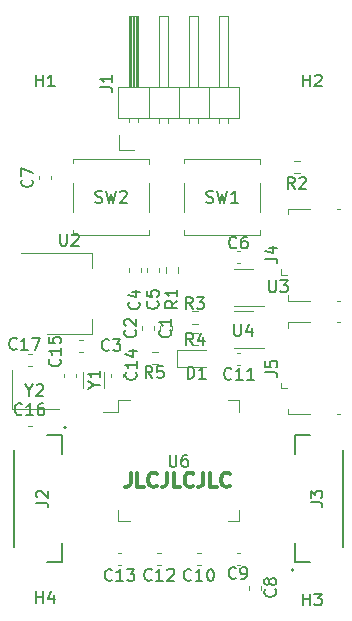
<source format=gbr>
%TF.GenerationSoftware,KiCad,Pcbnew,(6.0.2)*%
%TF.CreationDate,2022-06-15T17:14:16+10:00*%
%TF.ProjectId,RFM95_Serial_Converter_PCB,52464d39-355f-4536-9572-69616c5f436f,rev?*%
%TF.SameCoordinates,Original*%
%TF.FileFunction,Legend,Top*%
%TF.FilePolarity,Positive*%
%FSLAX46Y46*%
G04 Gerber Fmt 4.6, Leading zero omitted, Abs format (unit mm)*
G04 Created by KiCad (PCBNEW (6.0.2)) date 2022-06-15 17:14:16*
%MOMM*%
%LPD*%
G01*
G04 APERTURE LIST*
%ADD10C,0.300000*%
%ADD11C,0.150000*%
%ADD12C,0.120000*%
%ADD13C,0.200000*%
%ADD14C,0.127000*%
G04 APERTURE END LIST*
D10*
X72250800Y-73104457D02*
X72250800Y-73961600D01*
X72193657Y-74133028D01*
X72079371Y-74247314D01*
X71907942Y-74304457D01*
X71793657Y-74304457D01*
X73393657Y-74304457D02*
X72822228Y-74304457D01*
X72822228Y-73104457D01*
X74479371Y-74190171D02*
X74422228Y-74247314D01*
X74250800Y-74304457D01*
X74136514Y-74304457D01*
X73965085Y-74247314D01*
X73850800Y-74133028D01*
X73793657Y-74018742D01*
X73736514Y-73790171D01*
X73736514Y-73618742D01*
X73793657Y-73390171D01*
X73850800Y-73275885D01*
X73965085Y-73161600D01*
X74136514Y-73104457D01*
X74250800Y-73104457D01*
X74422228Y-73161600D01*
X74479371Y-73218742D01*
X75336514Y-73104457D02*
X75336514Y-73961600D01*
X75279371Y-74133028D01*
X75165085Y-74247314D01*
X74993657Y-74304457D01*
X74879371Y-74304457D01*
X76479371Y-74304457D02*
X75907942Y-74304457D01*
X75907942Y-73104457D01*
X77565085Y-74190171D02*
X77507942Y-74247314D01*
X77336514Y-74304457D01*
X77222228Y-74304457D01*
X77050800Y-74247314D01*
X76936514Y-74133028D01*
X76879371Y-74018742D01*
X76822228Y-73790171D01*
X76822228Y-73618742D01*
X76879371Y-73390171D01*
X76936514Y-73275885D01*
X77050800Y-73161600D01*
X77222228Y-73104457D01*
X77336514Y-73104457D01*
X77507942Y-73161600D01*
X77565085Y-73218742D01*
X78422228Y-73104457D02*
X78422228Y-73961600D01*
X78365085Y-74133028D01*
X78250800Y-74247314D01*
X78079371Y-74304457D01*
X77965085Y-74304457D01*
X79565085Y-74304457D02*
X78993657Y-74304457D01*
X78993657Y-73104457D01*
X80650800Y-74190171D02*
X80593657Y-74247314D01*
X80422228Y-74304457D01*
X80307942Y-74304457D01*
X80136514Y-74247314D01*
X80022228Y-74133028D01*
X79965085Y-74018742D01*
X79907942Y-73790171D01*
X79907942Y-73618742D01*
X79965085Y-73390171D01*
X80022228Y-73275885D01*
X80136514Y-73161600D01*
X80307942Y-73104457D01*
X80422228Y-73104457D01*
X80593657Y-73161600D01*
X80650800Y-73218742D01*
D11*
%TO.C,U6*%
X75565095Y-71588380D02*
X75565095Y-72397904D01*
X75612714Y-72493142D01*
X75660333Y-72540761D01*
X75755571Y-72588380D01*
X75946047Y-72588380D01*
X76041285Y-72540761D01*
X76088904Y-72493142D01*
X76136523Y-72397904D01*
X76136523Y-71588380D01*
X77041285Y-71588380D02*
X76850809Y-71588380D01*
X76755571Y-71636000D01*
X76707952Y-71683619D01*
X76612714Y-71826476D01*
X76565095Y-72016952D01*
X76565095Y-72397904D01*
X76612714Y-72493142D01*
X76660333Y-72540761D01*
X76755571Y-72588380D01*
X76946047Y-72588380D01*
X77041285Y-72540761D01*
X77088904Y-72493142D01*
X77136523Y-72397904D01*
X77136523Y-72159809D01*
X77088904Y-72064571D01*
X77041285Y-72016952D01*
X76946047Y-71969333D01*
X76755571Y-71969333D01*
X76660333Y-72016952D01*
X76612714Y-72064571D01*
X76565095Y-72159809D01*
%TO.C,H3*%
X86868095Y-84323180D02*
X86868095Y-83323180D01*
X86868095Y-83799371D02*
X87439523Y-83799371D01*
X87439523Y-84323180D02*
X87439523Y-83323180D01*
X87820476Y-83323180D02*
X88439523Y-83323180D01*
X88106190Y-83704133D01*
X88249047Y-83704133D01*
X88344285Y-83751752D01*
X88391904Y-83799371D01*
X88439523Y-83894609D01*
X88439523Y-84132704D01*
X88391904Y-84227942D01*
X88344285Y-84275561D01*
X88249047Y-84323180D01*
X87963333Y-84323180D01*
X87868095Y-84275561D01*
X87820476Y-84227942D01*
%TO.C,C9*%
X81164133Y-81992742D02*
X81116514Y-82040361D01*
X80973657Y-82087980D01*
X80878419Y-82087980D01*
X80735561Y-82040361D01*
X80640323Y-81945123D01*
X80592704Y-81849885D01*
X80545085Y-81659409D01*
X80545085Y-81516552D01*
X80592704Y-81326076D01*
X80640323Y-81230838D01*
X80735561Y-81135600D01*
X80878419Y-81087980D01*
X80973657Y-81087980D01*
X81116514Y-81135600D01*
X81164133Y-81183219D01*
X81640323Y-82087980D02*
X81830800Y-82087980D01*
X81926038Y-82040361D01*
X81973657Y-81992742D01*
X82068895Y-81849885D01*
X82116514Y-81659409D01*
X82116514Y-81278457D01*
X82068895Y-81183219D01*
X82021276Y-81135600D01*
X81926038Y-81087980D01*
X81735561Y-81087980D01*
X81640323Y-81135600D01*
X81592704Y-81183219D01*
X81545085Y-81278457D01*
X81545085Y-81516552D01*
X81592704Y-81611790D01*
X81640323Y-81659409D01*
X81735561Y-81707028D01*
X81926038Y-81707028D01*
X82021276Y-81659409D01*
X82068895Y-81611790D01*
X82116514Y-81516552D01*
%TO.C,C5*%
X74525142Y-58586666D02*
X74572761Y-58634285D01*
X74620380Y-58777142D01*
X74620380Y-58872380D01*
X74572761Y-59015238D01*
X74477523Y-59110476D01*
X74382285Y-59158095D01*
X74191809Y-59205714D01*
X74048952Y-59205714D01*
X73858476Y-59158095D01*
X73763238Y-59110476D01*
X73668000Y-59015238D01*
X73620380Y-58872380D01*
X73620380Y-58777142D01*
X73668000Y-58634285D01*
X73715619Y-58586666D01*
X73620380Y-57681904D02*
X73620380Y-58158095D01*
X74096571Y-58205714D01*
X74048952Y-58158095D01*
X74001333Y-58062857D01*
X74001333Y-57824761D01*
X74048952Y-57729523D01*
X74096571Y-57681904D01*
X74191809Y-57634285D01*
X74429904Y-57634285D01*
X74525142Y-57681904D01*
X74572761Y-57729523D01*
X74620380Y-57824761D01*
X74620380Y-58062857D01*
X74572761Y-58158095D01*
X74525142Y-58205714D01*
%TO.C,C16*%
X63060342Y-68124342D02*
X63012723Y-68171961D01*
X62869866Y-68219580D01*
X62774628Y-68219580D01*
X62631771Y-68171961D01*
X62536533Y-68076723D01*
X62488914Y-67981485D01*
X62441295Y-67791009D01*
X62441295Y-67648152D01*
X62488914Y-67457676D01*
X62536533Y-67362438D01*
X62631771Y-67267200D01*
X62774628Y-67219580D01*
X62869866Y-67219580D01*
X63012723Y-67267200D01*
X63060342Y-67314819D01*
X64012723Y-68219580D02*
X63441295Y-68219580D01*
X63727009Y-68219580D02*
X63727009Y-67219580D01*
X63631771Y-67362438D01*
X63536533Y-67457676D01*
X63441295Y-67505295D01*
X64869866Y-67219580D02*
X64679390Y-67219580D01*
X64584152Y-67267200D01*
X64536533Y-67314819D01*
X64441295Y-67457676D01*
X64393676Y-67648152D01*
X64393676Y-68029104D01*
X64441295Y-68124342D01*
X64488914Y-68171961D01*
X64584152Y-68219580D01*
X64774628Y-68219580D01*
X64869866Y-68171961D01*
X64917485Y-68124342D01*
X64965104Y-68029104D01*
X64965104Y-67791009D01*
X64917485Y-67695771D01*
X64869866Y-67648152D01*
X64774628Y-67600533D01*
X64584152Y-67600533D01*
X64488914Y-67648152D01*
X64441295Y-67695771D01*
X64393676Y-67791009D01*
%TO.C,C2*%
X72637942Y-61025066D02*
X72685561Y-61072685D01*
X72733180Y-61215542D01*
X72733180Y-61310780D01*
X72685561Y-61453638D01*
X72590323Y-61548876D01*
X72495085Y-61596495D01*
X72304609Y-61644114D01*
X72161752Y-61644114D01*
X71971276Y-61596495D01*
X71876038Y-61548876D01*
X71780800Y-61453638D01*
X71733180Y-61310780D01*
X71733180Y-61215542D01*
X71780800Y-61072685D01*
X71828419Y-61025066D01*
X71828419Y-60644114D02*
X71780800Y-60596495D01*
X71733180Y-60501257D01*
X71733180Y-60263161D01*
X71780800Y-60167923D01*
X71828419Y-60120304D01*
X71923657Y-60072685D01*
X72018895Y-60072685D01*
X72161752Y-60120304D01*
X72733180Y-60691733D01*
X72733180Y-60072685D01*
%TO.C,J1*%
X69699380Y-40455333D02*
X70413666Y-40455333D01*
X70556523Y-40502952D01*
X70651761Y-40598190D01*
X70699380Y-40741047D01*
X70699380Y-40836285D01*
X70699380Y-39455333D02*
X70699380Y-40026761D01*
X70699380Y-39741047D02*
X69699380Y-39741047D01*
X69842238Y-39836285D01*
X69937476Y-39931523D01*
X69985095Y-40026761D01*
%TO.C,C3*%
X70445333Y-62688742D02*
X70397714Y-62736361D01*
X70254857Y-62783980D01*
X70159619Y-62783980D01*
X70016761Y-62736361D01*
X69921523Y-62641123D01*
X69873904Y-62545885D01*
X69826285Y-62355409D01*
X69826285Y-62212552D01*
X69873904Y-62022076D01*
X69921523Y-61926838D01*
X70016761Y-61831600D01*
X70159619Y-61783980D01*
X70254857Y-61783980D01*
X70397714Y-61831600D01*
X70445333Y-61879219D01*
X70778666Y-61783980D02*
X71397714Y-61783980D01*
X71064380Y-62164933D01*
X71207238Y-62164933D01*
X71302476Y-62212552D01*
X71350095Y-62260171D01*
X71397714Y-62355409D01*
X71397714Y-62593504D01*
X71350095Y-62688742D01*
X71302476Y-62736361D01*
X71207238Y-62783980D01*
X70921523Y-62783980D01*
X70826285Y-62736361D01*
X70778666Y-62688742D01*
%TO.C,SW1*%
X78676666Y-50188761D02*
X78819523Y-50236380D01*
X79057619Y-50236380D01*
X79152857Y-50188761D01*
X79200476Y-50141142D01*
X79248095Y-50045904D01*
X79248095Y-49950666D01*
X79200476Y-49855428D01*
X79152857Y-49807809D01*
X79057619Y-49760190D01*
X78867142Y-49712571D01*
X78771904Y-49664952D01*
X78724285Y-49617333D01*
X78676666Y-49522095D01*
X78676666Y-49426857D01*
X78724285Y-49331619D01*
X78771904Y-49284000D01*
X78867142Y-49236380D01*
X79105238Y-49236380D01*
X79248095Y-49284000D01*
X79581428Y-49236380D02*
X79819523Y-50236380D01*
X80010000Y-49522095D01*
X80200476Y-50236380D01*
X80438571Y-49236380D01*
X81343333Y-50236380D02*
X80771904Y-50236380D01*
X81057619Y-50236380D02*
X81057619Y-49236380D01*
X80962380Y-49379238D01*
X80867142Y-49474476D01*
X80771904Y-49522095D01*
%TO.C,J5*%
X83671880Y-64595333D02*
X84386166Y-64595333D01*
X84529023Y-64642952D01*
X84624261Y-64738190D01*
X84671880Y-64881047D01*
X84671880Y-64976285D01*
X83671880Y-63642952D02*
X83671880Y-64119142D01*
X84148071Y-64166761D01*
X84100452Y-64119142D01*
X84052833Y-64023904D01*
X84052833Y-63785809D01*
X84100452Y-63690571D01*
X84148071Y-63642952D01*
X84243309Y-63595333D01*
X84481404Y-63595333D01*
X84576642Y-63642952D01*
X84624261Y-63690571D01*
X84671880Y-63785809D01*
X84671880Y-64023904D01*
X84624261Y-64119142D01*
X84576642Y-64166761D01*
%TO.C,C1*%
X75591942Y-61025066D02*
X75639561Y-61072685D01*
X75687180Y-61215542D01*
X75687180Y-61310780D01*
X75639561Y-61453638D01*
X75544323Y-61548876D01*
X75449085Y-61596495D01*
X75258609Y-61644114D01*
X75115752Y-61644114D01*
X74925276Y-61596495D01*
X74830038Y-61548876D01*
X74734800Y-61453638D01*
X74687180Y-61310780D01*
X74687180Y-61215542D01*
X74734800Y-61072685D01*
X74782419Y-61025066D01*
X75687180Y-60072685D02*
X75687180Y-60644114D01*
X75687180Y-60358400D02*
X74687180Y-60358400D01*
X74830038Y-60453638D01*
X74925276Y-60548876D01*
X74972895Y-60644114D01*
%TO.C,U2*%
X66294095Y-52864380D02*
X66294095Y-53673904D01*
X66341714Y-53769142D01*
X66389333Y-53816761D01*
X66484571Y-53864380D01*
X66675047Y-53864380D01*
X66770285Y-53816761D01*
X66817904Y-53769142D01*
X66865523Y-53673904D01*
X66865523Y-52864380D01*
X67294095Y-52959619D02*
X67341714Y-52912000D01*
X67436952Y-52864380D01*
X67675047Y-52864380D01*
X67770285Y-52912000D01*
X67817904Y-52959619D01*
X67865523Y-53054857D01*
X67865523Y-53150095D01*
X67817904Y-53292952D01*
X67246476Y-53864380D01*
X67865523Y-53864380D01*
%TO.C,J2*%
X64274380Y-75618933D02*
X64988666Y-75618933D01*
X65131523Y-75666552D01*
X65226761Y-75761790D01*
X65274380Y-75904647D01*
X65274380Y-75999885D01*
X64369619Y-75190361D02*
X64322000Y-75142742D01*
X64274380Y-75047504D01*
X64274380Y-74809409D01*
X64322000Y-74714171D01*
X64369619Y-74666552D01*
X64464857Y-74618933D01*
X64560095Y-74618933D01*
X64702952Y-74666552D01*
X65274380Y-75237980D01*
X65274380Y-74618933D01*
%TO.C,C12*%
X74032042Y-82145142D02*
X73984423Y-82192761D01*
X73841566Y-82240380D01*
X73746328Y-82240380D01*
X73603471Y-82192761D01*
X73508233Y-82097523D01*
X73460614Y-82002285D01*
X73412995Y-81811809D01*
X73412995Y-81668952D01*
X73460614Y-81478476D01*
X73508233Y-81383238D01*
X73603471Y-81288000D01*
X73746328Y-81240380D01*
X73841566Y-81240380D01*
X73984423Y-81288000D01*
X74032042Y-81335619D01*
X74984423Y-82240380D02*
X74412995Y-82240380D01*
X74698709Y-82240380D02*
X74698709Y-81240380D01*
X74603471Y-81383238D01*
X74508233Y-81478476D01*
X74412995Y-81526095D01*
X75365376Y-81335619D02*
X75412995Y-81288000D01*
X75508233Y-81240380D01*
X75746328Y-81240380D01*
X75841566Y-81288000D01*
X75889185Y-81335619D01*
X75936804Y-81430857D01*
X75936804Y-81526095D01*
X75889185Y-81668952D01*
X75317757Y-82240380D01*
X75936804Y-82240380D01*
%TO.C,C11*%
X80789542Y-65127142D02*
X80741923Y-65174761D01*
X80599066Y-65222380D01*
X80503828Y-65222380D01*
X80360971Y-65174761D01*
X80265733Y-65079523D01*
X80218114Y-64984285D01*
X80170495Y-64793809D01*
X80170495Y-64650952D01*
X80218114Y-64460476D01*
X80265733Y-64365238D01*
X80360971Y-64270000D01*
X80503828Y-64222380D01*
X80599066Y-64222380D01*
X80741923Y-64270000D01*
X80789542Y-64317619D01*
X81741923Y-65222380D02*
X81170495Y-65222380D01*
X81456209Y-65222380D02*
X81456209Y-64222380D01*
X81360971Y-64365238D01*
X81265733Y-64460476D01*
X81170495Y-64508095D01*
X82694304Y-65222380D02*
X82122876Y-65222380D01*
X82408590Y-65222380D02*
X82408590Y-64222380D01*
X82313352Y-64365238D01*
X82218114Y-64460476D01*
X82122876Y-64508095D01*
%TO.C,Y2*%
X63684209Y-66117790D02*
X63684209Y-66593980D01*
X63350876Y-65593980D02*
X63684209Y-66117790D01*
X64017542Y-65593980D01*
X64303257Y-65689219D02*
X64350876Y-65641600D01*
X64446114Y-65593980D01*
X64684209Y-65593980D01*
X64779447Y-65641600D01*
X64827066Y-65689219D01*
X64874685Y-65784457D01*
X64874685Y-65879695D01*
X64827066Y-66022552D01*
X64255638Y-66593980D01*
X64874685Y-66593980D01*
%TO.C,C14*%
X72696342Y-64600057D02*
X72743961Y-64647676D01*
X72791580Y-64790533D01*
X72791580Y-64885771D01*
X72743961Y-65028628D01*
X72648723Y-65123866D01*
X72553485Y-65171485D01*
X72363009Y-65219104D01*
X72220152Y-65219104D01*
X72029676Y-65171485D01*
X71934438Y-65123866D01*
X71839200Y-65028628D01*
X71791580Y-64885771D01*
X71791580Y-64790533D01*
X71839200Y-64647676D01*
X71886819Y-64600057D01*
X72791580Y-63647676D02*
X72791580Y-64219104D01*
X72791580Y-63933390D02*
X71791580Y-63933390D01*
X71934438Y-64028628D01*
X72029676Y-64123866D01*
X72077295Y-64219104D01*
X72124914Y-62790533D02*
X72791580Y-62790533D01*
X71743961Y-63028628D02*
X72458247Y-63266723D01*
X72458247Y-62647676D01*
%TO.C,C17*%
X62603142Y-62587142D02*
X62555523Y-62634761D01*
X62412666Y-62682380D01*
X62317428Y-62682380D01*
X62174571Y-62634761D01*
X62079333Y-62539523D01*
X62031714Y-62444285D01*
X61984095Y-62253809D01*
X61984095Y-62110952D01*
X62031714Y-61920476D01*
X62079333Y-61825238D01*
X62174571Y-61730000D01*
X62317428Y-61682380D01*
X62412666Y-61682380D01*
X62555523Y-61730000D01*
X62603142Y-61777619D01*
X63555523Y-62682380D02*
X62984095Y-62682380D01*
X63269809Y-62682380D02*
X63269809Y-61682380D01*
X63174571Y-61825238D01*
X63079333Y-61920476D01*
X62984095Y-61968095D01*
X63888857Y-61682380D02*
X64555523Y-61682380D01*
X64126952Y-62682380D01*
%TO.C,R5*%
X74102933Y-65069980D02*
X73769600Y-64593790D01*
X73531504Y-65069980D02*
X73531504Y-64069980D01*
X73912457Y-64069980D01*
X74007695Y-64117600D01*
X74055314Y-64165219D01*
X74102933Y-64260457D01*
X74102933Y-64403314D01*
X74055314Y-64498552D01*
X74007695Y-64546171D01*
X73912457Y-64593790D01*
X73531504Y-64593790D01*
X75007695Y-64069980D02*
X74531504Y-64069980D01*
X74483885Y-64546171D01*
X74531504Y-64498552D01*
X74626742Y-64450933D01*
X74864838Y-64450933D01*
X74960076Y-64498552D01*
X75007695Y-64546171D01*
X75055314Y-64641409D01*
X75055314Y-64879504D01*
X75007695Y-64974742D01*
X74960076Y-65022361D01*
X74864838Y-65069980D01*
X74626742Y-65069980D01*
X74531504Y-65022361D01*
X74483885Y-64974742D01*
%TO.C,C10*%
X77385942Y-82152742D02*
X77338323Y-82200361D01*
X77195466Y-82247980D01*
X77100228Y-82247980D01*
X76957371Y-82200361D01*
X76862133Y-82105123D01*
X76814514Y-82009885D01*
X76766895Y-81819409D01*
X76766895Y-81676552D01*
X76814514Y-81486076D01*
X76862133Y-81390838D01*
X76957371Y-81295600D01*
X77100228Y-81247980D01*
X77195466Y-81247980D01*
X77338323Y-81295600D01*
X77385942Y-81343219D01*
X78338323Y-82247980D02*
X77766895Y-82247980D01*
X78052609Y-82247980D02*
X78052609Y-81247980D01*
X77957371Y-81390838D01*
X77862133Y-81486076D01*
X77766895Y-81533695D01*
X78957371Y-81247980D02*
X79052609Y-81247980D01*
X79147847Y-81295600D01*
X79195466Y-81343219D01*
X79243085Y-81438457D01*
X79290704Y-81628933D01*
X79290704Y-81867028D01*
X79243085Y-82057504D01*
X79195466Y-82152742D01*
X79147847Y-82200361D01*
X79052609Y-82247980D01*
X78957371Y-82247980D01*
X78862133Y-82200361D01*
X78814514Y-82152742D01*
X78766895Y-82057504D01*
X78719276Y-81867028D01*
X78719276Y-81628933D01*
X78766895Y-81438457D01*
X78814514Y-81343219D01*
X78862133Y-81295600D01*
X78957371Y-81247980D01*
%TO.C,D1*%
X77076104Y-65120780D02*
X77076104Y-64120780D01*
X77314200Y-64120780D01*
X77457057Y-64168400D01*
X77552295Y-64263638D01*
X77599914Y-64358876D01*
X77647533Y-64549352D01*
X77647533Y-64692209D01*
X77599914Y-64882685D01*
X77552295Y-64977923D01*
X77457057Y-65073161D01*
X77314200Y-65120780D01*
X77076104Y-65120780D01*
X78599914Y-65120780D02*
X78028485Y-65120780D01*
X78314200Y-65120780D02*
X78314200Y-64120780D01*
X78218961Y-64263638D01*
X78123723Y-64358876D01*
X78028485Y-64406495D01*
%TO.C,J4*%
X83671880Y-54959333D02*
X84386166Y-54959333D01*
X84529023Y-55006952D01*
X84624261Y-55102190D01*
X84671880Y-55245047D01*
X84671880Y-55340285D01*
X84005214Y-54054571D02*
X84671880Y-54054571D01*
X83624261Y-54292666D02*
X84338547Y-54530761D01*
X84338547Y-53911714D01*
%TO.C,C6*%
X81214933Y-54001942D02*
X81167314Y-54049561D01*
X81024457Y-54097180D01*
X80929219Y-54097180D01*
X80786361Y-54049561D01*
X80691123Y-53954323D01*
X80643504Y-53859085D01*
X80595885Y-53668609D01*
X80595885Y-53525752D01*
X80643504Y-53335276D01*
X80691123Y-53240038D01*
X80786361Y-53144800D01*
X80929219Y-53097180D01*
X81024457Y-53097180D01*
X81167314Y-53144800D01*
X81214933Y-53192419D01*
X82072076Y-53097180D02*
X81881600Y-53097180D01*
X81786361Y-53144800D01*
X81738742Y-53192419D01*
X81643504Y-53335276D01*
X81595885Y-53525752D01*
X81595885Y-53906704D01*
X81643504Y-54001942D01*
X81691123Y-54049561D01*
X81786361Y-54097180D01*
X81976838Y-54097180D01*
X82072076Y-54049561D01*
X82119695Y-54001942D01*
X82167314Y-53906704D01*
X82167314Y-53668609D01*
X82119695Y-53573371D01*
X82072076Y-53525752D01*
X81976838Y-53478133D01*
X81786361Y-53478133D01*
X81691123Y-53525752D01*
X81643504Y-53573371D01*
X81595885Y-53668609D01*
%TO.C,Y1*%
X69165790Y-65652590D02*
X69641980Y-65652590D01*
X68641980Y-65985923D02*
X69165790Y-65652590D01*
X68641980Y-65319257D01*
X69641980Y-64462114D02*
X69641980Y-65033542D01*
X69641980Y-64747828D02*
X68641980Y-64747828D01*
X68784838Y-64843066D01*
X68880076Y-64938304D01*
X68927695Y-65033542D01*
%TO.C,R3*%
X77506533Y-59227980D02*
X77173200Y-58751790D01*
X76935104Y-59227980D02*
X76935104Y-58227980D01*
X77316057Y-58227980D01*
X77411295Y-58275600D01*
X77458914Y-58323219D01*
X77506533Y-58418457D01*
X77506533Y-58561314D01*
X77458914Y-58656552D01*
X77411295Y-58704171D01*
X77316057Y-58751790D01*
X76935104Y-58751790D01*
X77839866Y-58227980D02*
X78458914Y-58227980D01*
X78125580Y-58608933D01*
X78268438Y-58608933D01*
X78363676Y-58656552D01*
X78411295Y-58704171D01*
X78458914Y-58799409D01*
X78458914Y-59037504D01*
X78411295Y-59132742D01*
X78363676Y-59180361D01*
X78268438Y-59227980D01*
X77982723Y-59227980D01*
X77887485Y-59180361D01*
X77839866Y-59132742D01*
%TO.C,H2*%
X86868095Y-40386380D02*
X86868095Y-39386380D01*
X86868095Y-39862571D02*
X87439523Y-39862571D01*
X87439523Y-40386380D02*
X87439523Y-39386380D01*
X87868095Y-39481619D02*
X87915714Y-39434000D01*
X88010952Y-39386380D01*
X88249047Y-39386380D01*
X88344285Y-39434000D01*
X88391904Y-39481619D01*
X88439523Y-39576857D01*
X88439523Y-39672095D01*
X88391904Y-39814952D01*
X87820476Y-40386380D01*
X88439523Y-40386380D01*
%TO.C,C8*%
X84481942Y-82970666D02*
X84529561Y-83018285D01*
X84577180Y-83161142D01*
X84577180Y-83256380D01*
X84529561Y-83399238D01*
X84434323Y-83494476D01*
X84339085Y-83542095D01*
X84148609Y-83589714D01*
X84005752Y-83589714D01*
X83815276Y-83542095D01*
X83720038Y-83494476D01*
X83624800Y-83399238D01*
X83577180Y-83256380D01*
X83577180Y-83161142D01*
X83624800Y-83018285D01*
X83672419Y-82970666D01*
X84005752Y-82399238D02*
X83958133Y-82494476D01*
X83910514Y-82542095D01*
X83815276Y-82589714D01*
X83767657Y-82589714D01*
X83672419Y-82542095D01*
X83624800Y-82494476D01*
X83577180Y-82399238D01*
X83577180Y-82208761D01*
X83624800Y-82113523D01*
X83672419Y-82065904D01*
X83767657Y-82018285D01*
X83815276Y-82018285D01*
X83910514Y-82065904D01*
X83958133Y-82113523D01*
X84005752Y-82208761D01*
X84005752Y-82399238D01*
X84053371Y-82494476D01*
X84100990Y-82542095D01*
X84196228Y-82589714D01*
X84386704Y-82589714D01*
X84481942Y-82542095D01*
X84529561Y-82494476D01*
X84577180Y-82399238D01*
X84577180Y-82208761D01*
X84529561Y-82113523D01*
X84481942Y-82065904D01*
X84386704Y-82018285D01*
X84196228Y-82018285D01*
X84100990Y-82065904D01*
X84053371Y-82113523D01*
X84005752Y-82208761D01*
%TO.C,SW2*%
X69278666Y-50188761D02*
X69421523Y-50236380D01*
X69659619Y-50236380D01*
X69754857Y-50188761D01*
X69802476Y-50141142D01*
X69850095Y-50045904D01*
X69850095Y-49950666D01*
X69802476Y-49855428D01*
X69754857Y-49807809D01*
X69659619Y-49760190D01*
X69469142Y-49712571D01*
X69373904Y-49664952D01*
X69326285Y-49617333D01*
X69278666Y-49522095D01*
X69278666Y-49426857D01*
X69326285Y-49331619D01*
X69373904Y-49284000D01*
X69469142Y-49236380D01*
X69707238Y-49236380D01*
X69850095Y-49284000D01*
X70183428Y-49236380D02*
X70421523Y-50236380D01*
X70612000Y-49522095D01*
X70802476Y-50236380D01*
X71040571Y-49236380D01*
X71373904Y-49331619D02*
X71421523Y-49284000D01*
X71516761Y-49236380D01*
X71754857Y-49236380D01*
X71850095Y-49284000D01*
X71897714Y-49331619D01*
X71945333Y-49426857D01*
X71945333Y-49522095D01*
X71897714Y-49664952D01*
X71326285Y-50236380D01*
X71945333Y-50236380D01*
%TO.C,H4*%
X64262095Y-84119980D02*
X64262095Y-83119980D01*
X64262095Y-83596171D02*
X64833523Y-83596171D01*
X64833523Y-84119980D02*
X64833523Y-83119980D01*
X65738285Y-83453314D02*
X65738285Y-84119980D01*
X65500190Y-83072361D02*
X65262095Y-83786647D01*
X65881142Y-83786647D01*
%TO.C,R1*%
X76195180Y-58535866D02*
X75718990Y-58869200D01*
X76195180Y-59107295D02*
X75195180Y-59107295D01*
X75195180Y-58726342D01*
X75242800Y-58631104D01*
X75290419Y-58583485D01*
X75385657Y-58535866D01*
X75528514Y-58535866D01*
X75623752Y-58583485D01*
X75671371Y-58631104D01*
X75718990Y-58726342D01*
X75718990Y-59107295D01*
X76195180Y-57583485D02*
X76195180Y-58154914D01*
X76195180Y-57869200D02*
X75195180Y-57869200D01*
X75338038Y-57964438D01*
X75433276Y-58059676D01*
X75480895Y-58154914D01*
%TO.C,C7*%
X63900342Y-48274266D02*
X63947961Y-48321885D01*
X63995580Y-48464742D01*
X63995580Y-48559980D01*
X63947961Y-48702838D01*
X63852723Y-48798076D01*
X63757485Y-48845695D01*
X63567009Y-48893314D01*
X63424152Y-48893314D01*
X63233676Y-48845695D01*
X63138438Y-48798076D01*
X63043200Y-48702838D01*
X62995580Y-48559980D01*
X62995580Y-48464742D01*
X63043200Y-48321885D01*
X63090819Y-48274266D01*
X62995580Y-47940933D02*
X62995580Y-47274266D01*
X63995580Y-47702838D01*
%TO.C,R2*%
X86142533Y-49075580D02*
X85809200Y-48599390D01*
X85571104Y-49075580D02*
X85571104Y-48075580D01*
X85952057Y-48075580D01*
X86047295Y-48123200D01*
X86094914Y-48170819D01*
X86142533Y-48266057D01*
X86142533Y-48408914D01*
X86094914Y-48504152D01*
X86047295Y-48551771D01*
X85952057Y-48599390D01*
X85571104Y-48599390D01*
X86523485Y-48170819D02*
X86571104Y-48123200D01*
X86666342Y-48075580D01*
X86904438Y-48075580D01*
X86999676Y-48123200D01*
X87047295Y-48170819D01*
X87094914Y-48266057D01*
X87094914Y-48361295D01*
X87047295Y-48504152D01*
X86475866Y-49075580D01*
X87094914Y-49075580D01*
%TO.C,U3*%
X83972495Y-56805580D02*
X83972495Y-57615104D01*
X84020114Y-57710342D01*
X84067733Y-57757961D01*
X84162971Y-57805580D01*
X84353447Y-57805580D01*
X84448685Y-57757961D01*
X84496304Y-57710342D01*
X84543923Y-57615104D01*
X84543923Y-56805580D01*
X84924876Y-56805580D02*
X85543923Y-56805580D01*
X85210590Y-57186533D01*
X85353447Y-57186533D01*
X85448685Y-57234152D01*
X85496304Y-57281771D01*
X85543923Y-57377009D01*
X85543923Y-57615104D01*
X85496304Y-57710342D01*
X85448685Y-57757961D01*
X85353447Y-57805580D01*
X85067733Y-57805580D01*
X84972495Y-57757961D01*
X84924876Y-57710342D01*
%TO.C,C13*%
X70680342Y-82152742D02*
X70632723Y-82200361D01*
X70489866Y-82247980D01*
X70394628Y-82247980D01*
X70251771Y-82200361D01*
X70156533Y-82105123D01*
X70108914Y-82009885D01*
X70061295Y-81819409D01*
X70061295Y-81676552D01*
X70108914Y-81486076D01*
X70156533Y-81390838D01*
X70251771Y-81295600D01*
X70394628Y-81247980D01*
X70489866Y-81247980D01*
X70632723Y-81295600D01*
X70680342Y-81343219D01*
X71632723Y-82247980D02*
X71061295Y-82247980D01*
X71347009Y-82247980D02*
X71347009Y-81247980D01*
X71251771Y-81390838D01*
X71156533Y-81486076D01*
X71061295Y-81533695D01*
X71966057Y-81247980D02*
X72585104Y-81247980D01*
X72251771Y-81628933D01*
X72394628Y-81628933D01*
X72489866Y-81676552D01*
X72537485Y-81724171D01*
X72585104Y-81819409D01*
X72585104Y-82057504D01*
X72537485Y-82152742D01*
X72489866Y-82200361D01*
X72394628Y-82247980D01*
X72108914Y-82247980D01*
X72013676Y-82200361D01*
X71966057Y-82152742D01*
%TO.C,U4*%
X81026095Y-60513980D02*
X81026095Y-61323504D01*
X81073714Y-61418742D01*
X81121333Y-61466361D01*
X81216571Y-61513980D01*
X81407047Y-61513980D01*
X81502285Y-61466361D01*
X81549904Y-61418742D01*
X81597523Y-61323504D01*
X81597523Y-60513980D01*
X82502285Y-60847314D02*
X82502285Y-61513980D01*
X82264190Y-60466361D02*
X82026095Y-61180647D01*
X82645142Y-61180647D01*
%TO.C,C4*%
X72950342Y-58637466D02*
X72997961Y-58685085D01*
X73045580Y-58827942D01*
X73045580Y-58923180D01*
X72997961Y-59066038D01*
X72902723Y-59161276D01*
X72807485Y-59208895D01*
X72617009Y-59256514D01*
X72474152Y-59256514D01*
X72283676Y-59208895D01*
X72188438Y-59161276D01*
X72093200Y-59066038D01*
X72045580Y-58923180D01*
X72045580Y-58827942D01*
X72093200Y-58685085D01*
X72140819Y-58637466D01*
X72378914Y-57780323D02*
X73045580Y-57780323D01*
X71997961Y-58018419D02*
X72712247Y-58256514D01*
X72712247Y-57637466D01*
%TO.C,J3*%
X87487580Y-75615533D02*
X88201866Y-75615533D01*
X88344723Y-75663152D01*
X88439961Y-75758390D01*
X88487580Y-75901247D01*
X88487580Y-75996485D01*
X87487580Y-75234580D02*
X87487580Y-74615533D01*
X87868533Y-74948866D01*
X87868533Y-74806009D01*
X87916152Y-74710771D01*
X87963771Y-74663152D01*
X88059009Y-74615533D01*
X88297104Y-74615533D01*
X88392342Y-74663152D01*
X88439961Y-74710771D01*
X88487580Y-74806009D01*
X88487580Y-75091723D01*
X88439961Y-75186961D01*
X88392342Y-75234580D01*
%TO.C,C15*%
X66244742Y-63482457D02*
X66292361Y-63530076D01*
X66339980Y-63672933D01*
X66339980Y-63768171D01*
X66292361Y-63911028D01*
X66197123Y-64006266D01*
X66101885Y-64053885D01*
X65911409Y-64101504D01*
X65768552Y-64101504D01*
X65578076Y-64053885D01*
X65482838Y-64006266D01*
X65387600Y-63911028D01*
X65339980Y-63768171D01*
X65339980Y-63672933D01*
X65387600Y-63530076D01*
X65435219Y-63482457D01*
X66339980Y-62530076D02*
X66339980Y-63101504D01*
X66339980Y-62815790D02*
X65339980Y-62815790D01*
X65482838Y-62911028D01*
X65578076Y-63006266D01*
X65625695Y-63101504D01*
X65339980Y-61625314D02*
X65339980Y-62101504D01*
X65816171Y-62149123D01*
X65768552Y-62101504D01*
X65720933Y-62006266D01*
X65720933Y-61768171D01*
X65768552Y-61672933D01*
X65816171Y-61625314D01*
X65911409Y-61577695D01*
X66149504Y-61577695D01*
X66244742Y-61625314D01*
X66292361Y-61672933D01*
X66339980Y-61768171D01*
X66339980Y-62006266D01*
X66292361Y-62101504D01*
X66244742Y-62149123D01*
%TO.C,R4*%
X77557333Y-62275980D02*
X77224000Y-61799790D01*
X76985904Y-62275980D02*
X76985904Y-61275980D01*
X77366857Y-61275980D01*
X77462095Y-61323600D01*
X77509714Y-61371219D01*
X77557333Y-61466457D01*
X77557333Y-61609314D01*
X77509714Y-61704552D01*
X77462095Y-61752171D01*
X77366857Y-61799790D01*
X76985904Y-61799790D01*
X78414476Y-61609314D02*
X78414476Y-62275980D01*
X78176380Y-61228361D02*
X77938285Y-61942647D01*
X78557333Y-61942647D01*
%TO.C,H1*%
X64262095Y-40386380D02*
X64262095Y-39386380D01*
X64262095Y-39862571D02*
X64833523Y-39862571D01*
X64833523Y-40386380D02*
X64833523Y-39386380D01*
X65833523Y-40386380D02*
X65262095Y-40386380D01*
X65547809Y-40386380D02*
X65547809Y-39386380D01*
X65452571Y-39529238D01*
X65357333Y-39624476D01*
X65262095Y-39672095D01*
D12*
%TO.C,U6*%
X71217000Y-66975200D02*
X71217000Y-67925200D01*
X81437000Y-66975200D02*
X81437000Y-67925200D01*
X72167000Y-66975200D02*
X71217000Y-66975200D01*
X80487000Y-77195200D02*
X81437000Y-77195200D01*
X80487000Y-66975200D02*
X81437000Y-66975200D01*
X81437000Y-77195200D02*
X81437000Y-76245200D01*
X71217000Y-77195200D02*
X71217000Y-76245200D01*
X71217000Y-67925200D02*
X69877000Y-67925200D01*
X72167000Y-77195200D02*
X71217000Y-77195200D01*
%TO.C,C9*%
X81235333Y-79855600D02*
X81527867Y-79855600D01*
X81235333Y-80875600D02*
X81527867Y-80875600D01*
%TO.C,C5*%
X74678000Y-56077067D02*
X74678000Y-55784533D01*
X73658000Y-56077067D02*
X73658000Y-55784533D01*
%TO.C,C16*%
X63575633Y-69127200D02*
X63868167Y-69127200D01*
X63575633Y-68107200D02*
X63868167Y-68107200D01*
%TO.C,C2*%
X74220800Y-61004667D02*
X74220800Y-60712133D01*
X73200800Y-61004667D02*
X73200800Y-60712133D01*
%TO.C,J1*%
X72137000Y-40407000D02*
X72137000Y-34407000D01*
X71187000Y-43067000D02*
X81467000Y-43067000D01*
X79757000Y-43464071D02*
X79757000Y-43067000D01*
X72437000Y-40407000D02*
X72437000Y-34407000D01*
X73787000Y-43067000D02*
X73787000Y-40407000D01*
X72897000Y-34407000D02*
X72897000Y-40407000D01*
X81467000Y-43067000D02*
X81467000Y-40407000D01*
X72517000Y-45777000D02*
X71247000Y-45777000D01*
X72797000Y-40407000D02*
X72797000Y-34407000D01*
X72557000Y-40407000D02*
X72557000Y-34407000D01*
X81467000Y-40407000D02*
X71187000Y-40407000D01*
X74677000Y-40407000D02*
X74677000Y-34407000D01*
X75437000Y-34407000D02*
X75437000Y-40407000D01*
X77217000Y-43464071D02*
X77217000Y-43067000D01*
X74677000Y-34407000D02*
X75437000Y-34407000D01*
X80517000Y-34407000D02*
X80517000Y-40407000D01*
X72677000Y-40407000D02*
X72677000Y-34407000D01*
X80517000Y-43464071D02*
X80517000Y-43067000D01*
X76327000Y-43067000D02*
X76327000Y-40407000D01*
X72317000Y-40407000D02*
X72317000Y-34407000D01*
X71247000Y-45777000D02*
X71247000Y-44507000D01*
X75437000Y-43464071D02*
X75437000Y-43067000D01*
X78867000Y-43067000D02*
X78867000Y-40407000D01*
X79757000Y-34407000D02*
X80517000Y-34407000D01*
X72197000Y-40407000D02*
X72197000Y-34407000D01*
X77977000Y-43464071D02*
X77977000Y-43067000D01*
X74677000Y-43464071D02*
X74677000Y-43067000D01*
X77217000Y-34407000D02*
X77977000Y-34407000D01*
X79757000Y-40407000D02*
X79757000Y-34407000D01*
X71187000Y-40407000D02*
X71187000Y-43067000D01*
X72137000Y-43397000D02*
X72137000Y-43067000D01*
X72897000Y-43397000D02*
X72897000Y-43067000D01*
X72137000Y-34407000D02*
X72897000Y-34407000D01*
X77217000Y-40407000D02*
X77217000Y-34407000D01*
X77977000Y-34407000D02*
X77977000Y-40407000D01*
%TO.C,C3*%
X67924633Y-62841600D02*
X68217167Y-62841600D01*
X67924633Y-61821600D02*
X68217167Y-61821600D01*
%TO.C,SW1*%
X83220000Y-50984000D02*
X83220000Y-48584000D01*
X76800000Y-48584000D02*
X76800000Y-50984000D01*
X83220000Y-46574000D02*
X76800000Y-46574000D01*
X76800000Y-46574000D02*
X76800000Y-46854000D01*
X83220000Y-46984000D02*
X83220000Y-46574000D01*
X76800000Y-52994000D02*
X83220000Y-52994000D01*
X83220000Y-52994000D02*
X83220000Y-52584000D01*
X76800000Y-52584000D02*
X76800000Y-52994000D01*
%TO.C,J5*%
X85569500Y-60362000D02*
X85569500Y-60812000D01*
X89969500Y-60362000D02*
X89719500Y-60362000D01*
X89969500Y-68162000D02*
X89719500Y-68162000D01*
X87419500Y-68162000D02*
X85569500Y-68162000D01*
X85019500Y-65962000D02*
X85469500Y-65962000D01*
X85569500Y-68162000D02*
X85569500Y-67712000D01*
X87419500Y-60362000D02*
X85569500Y-60362000D01*
X85019500Y-65962000D02*
X85019500Y-65512000D01*
%TO.C,C1*%
X74724800Y-61003567D02*
X74724800Y-60711033D01*
X75744800Y-61003567D02*
X75744800Y-60711033D01*
%TO.C,U2*%
X65206000Y-61322000D02*
X68966000Y-61322000D01*
X62956000Y-54502000D02*
X68966000Y-54502000D01*
X68966000Y-54502000D02*
X68966000Y-55762000D01*
X68966000Y-61322000D02*
X68966000Y-60062000D01*
D13*
%TO.C,J2*%
X66797000Y-69253100D02*
G75*
G03*
X66797000Y-69253100I-100000J0D01*
G01*
D14*
X66447000Y-80660600D02*
X66447000Y-79060600D01*
X66447000Y-80660600D02*
X65197000Y-80660600D01*
X66447000Y-69910600D02*
X65197000Y-69910600D01*
X66447000Y-69910600D02*
X66447000Y-71510600D01*
X62397000Y-71160600D02*
X62397000Y-79410600D01*
D12*
%TO.C,C12*%
X74528633Y-79855600D02*
X74821167Y-79855600D01*
X74528633Y-80875600D02*
X74821167Y-80875600D01*
%TO.C,C11*%
X81234233Y-63959200D02*
X81526767Y-63959200D01*
X81234233Y-62939200D02*
X81526767Y-62939200D01*
%TO.C,Y2*%
X62178000Y-64427200D02*
X62178000Y-67727200D01*
X62178000Y-67727200D02*
X66178000Y-67727200D01*
%TO.C,C14*%
X71630000Y-64724233D02*
X71630000Y-65016767D01*
X70610000Y-64724233D02*
X70610000Y-65016767D01*
%TO.C,C17*%
X63865967Y-63027200D02*
X63573433Y-63027200D01*
X63865967Y-64047200D02*
X63573433Y-64047200D01*
%TO.C,R5*%
X74065676Y-62875900D02*
X74575124Y-62875900D01*
X74065676Y-63920900D02*
X74575124Y-63920900D01*
%TO.C,C10*%
X78175067Y-79855600D02*
X77882533Y-79855600D01*
X78175067Y-80875600D02*
X77882533Y-80875600D01*
%TO.C,D1*%
X78614200Y-62663400D02*
X76154200Y-62663400D01*
X76154200Y-64133400D02*
X78614200Y-64133400D01*
X76154200Y-62663400D02*
X76154200Y-64133400D01*
%TO.C,J4*%
X89969500Y-50726000D02*
X89719500Y-50726000D01*
X87419500Y-50726000D02*
X85569500Y-50726000D01*
X85569500Y-58526000D02*
X85569500Y-58076000D01*
X85019500Y-56326000D02*
X85469500Y-56326000D01*
X87419500Y-58526000D02*
X85569500Y-58526000D01*
X85569500Y-50726000D02*
X85569500Y-51176000D01*
X89969500Y-58526000D02*
X89719500Y-58526000D01*
X85019500Y-56326000D02*
X85019500Y-55876000D01*
%TO.C,C6*%
X81234233Y-54354000D02*
X81526767Y-54354000D01*
X81234233Y-55374000D02*
X81526767Y-55374000D01*
%TO.C,Y1*%
X68263800Y-65902200D02*
X68263800Y-64552200D01*
X70013800Y-65902200D02*
X70013800Y-64552200D01*
%TO.C,R3*%
X77978724Y-59421500D02*
X77469276Y-59421500D01*
X77978724Y-60466500D02*
X77469276Y-60466500D01*
%TO.C,C8*%
X83314000Y-83001067D02*
X83314000Y-82708533D01*
X82294000Y-83001067D02*
X82294000Y-82708533D01*
%TO.C,SW2*%
X67402000Y-52584000D02*
X67402000Y-52994000D01*
X73822000Y-46574000D02*
X67402000Y-46574000D01*
X67402000Y-52994000D02*
X73822000Y-52994000D01*
X67402000Y-46574000D02*
X67402000Y-46854000D01*
X67402000Y-48584000D02*
X67402000Y-50984000D01*
X73822000Y-46984000D02*
X73822000Y-46574000D01*
X73822000Y-52994000D02*
X73822000Y-52584000D01*
X73822000Y-50984000D02*
X73822000Y-48584000D01*
%TO.C,R1*%
X75220300Y-56185524D02*
X75220300Y-55676076D01*
X76265300Y-56185524D02*
X76265300Y-55676076D01*
%TO.C,C7*%
X64463200Y-48253867D02*
X64463200Y-47961333D01*
X65483200Y-48253867D02*
X65483200Y-47961333D01*
%TO.C,R2*%
X86563924Y-47715700D02*
X86054476Y-47715700D01*
X86563924Y-46670700D02*
X86054476Y-46670700D01*
%TO.C,U3*%
X81788000Y-55844000D02*
X80988000Y-55844000D01*
X81788000Y-58964000D02*
X83588000Y-58964000D01*
X81788000Y-58964000D02*
X80988000Y-58964000D01*
X81788000Y-55844000D02*
X82588000Y-55844000D01*
%TO.C,C13*%
X71469467Y-79855600D02*
X71176933Y-79855600D01*
X71469467Y-80875600D02*
X71176933Y-80875600D01*
%TO.C,U4*%
X81788000Y-62520000D02*
X80988000Y-62520000D01*
X81788000Y-59400000D02*
X82588000Y-59400000D01*
X81788000Y-62520000D02*
X83588000Y-62520000D01*
X81788000Y-59400000D02*
X80988000Y-59400000D01*
%TO.C,C4*%
X73103200Y-56077067D02*
X73103200Y-55784533D01*
X72083200Y-56077067D02*
X72083200Y-55784533D01*
D14*
%TO.C,J3*%
X86207000Y-69910600D02*
X86207000Y-71510600D01*
X86207000Y-80660600D02*
X87457000Y-80660600D01*
X90257000Y-79410600D02*
X90257000Y-71160600D01*
X86207000Y-80660600D02*
X86207000Y-79060600D01*
X86207000Y-69910600D02*
X87457000Y-69910600D01*
D13*
X86057000Y-81318100D02*
G75*
G03*
X86057000Y-81318100I-100000J0D01*
G01*
D12*
%TO.C,C15*%
X67667600Y-65017867D02*
X67667600Y-64725333D01*
X66647600Y-65017867D02*
X66647600Y-64725333D01*
%TO.C,R4*%
X77978724Y-62295300D02*
X77469276Y-62295300D01*
X77978724Y-61250300D02*
X77469276Y-61250300D01*
%TD*%
M02*

</source>
